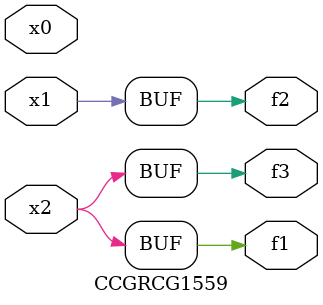
<source format=v>
module CCGRCG1559(
	input x0, x1, x2,
	output f1, f2, f3
);
	assign f1 = x2;
	assign f2 = x1;
	assign f3 = x2;
endmodule

</source>
